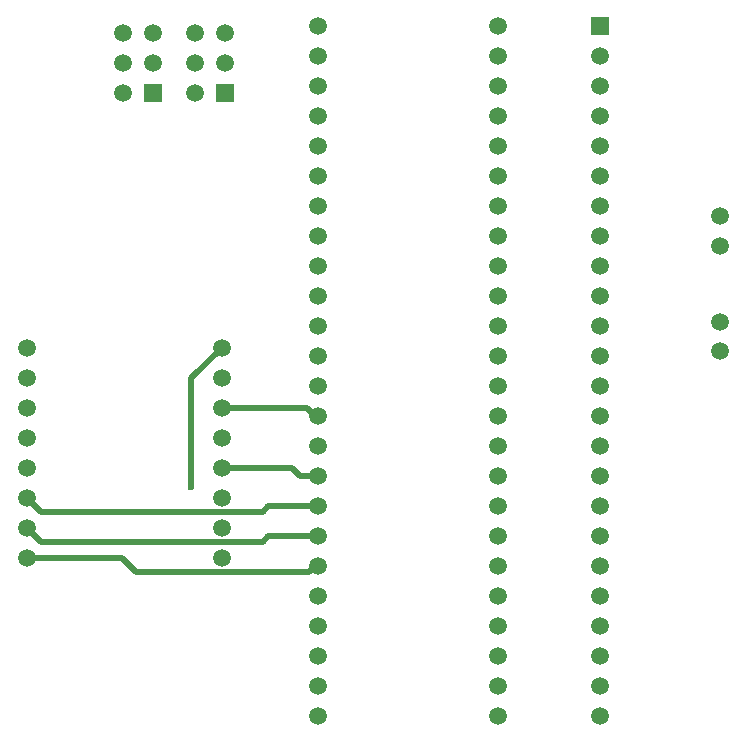
<source format=gbl>
G04*
G04 #@! TF.GenerationSoftware,Altium Limited,Altium Designer,20.0.12 (288)*
G04*
G04 Layer_Physical_Order=2*
G04 Layer_Color=16711680*
%FSLAX25Y25*%
%MOIN*%
G70*
G01*
G75*
%ADD21C,0.02000*%
%ADD22C,0.05906*%
%ADD23R,0.05906X0.05906*%
%ADD25C,0.02362*%
D21*
X70866Y120787D02*
X81004Y130925D01*
X70866Y84646D02*
Y120787D01*
X112171Y58110D02*
X113228D01*
X110234Y56172D02*
X112171Y58110D01*
X52393Y56172D02*
X110234D01*
X47640Y60925D02*
X52393Y56172D01*
X16004Y60925D02*
X47640D01*
X16004Y70925D02*
X20757Y66172D01*
X94634D01*
X96572Y68110D01*
X113228D01*
X20757Y76172D02*
X94634D01*
X16004Y80925D02*
X20757Y76172D01*
X94634D02*
X96572Y78110D01*
X113228D01*
X104461Y90925D02*
X107276Y88110D01*
X81004Y90925D02*
X104461D01*
X107276Y88110D02*
X113228D01*
X112171Y108110D02*
X113228D01*
X109357Y110925D02*
X112171Y108110D01*
X81004Y110925D02*
X109357D01*
D22*
X206988Y8110D02*
D03*
Y198110D02*
D03*
Y188110D02*
D03*
Y178110D02*
D03*
Y228110D02*
D03*
Y218110D02*
D03*
Y208110D02*
D03*
Y138110D02*
D03*
Y148110D02*
D03*
Y158110D02*
D03*
Y168110D02*
D03*
Y98110D02*
D03*
Y108110D02*
D03*
Y118110D02*
D03*
Y128110D02*
D03*
Y58110D02*
D03*
Y68110D02*
D03*
Y78110D02*
D03*
Y88110D02*
D03*
Y48110D02*
D03*
Y38110D02*
D03*
Y28110D02*
D03*
Y18110D02*
D03*
X113228Y238110D02*
D03*
Y228110D02*
D03*
Y218110D02*
D03*
Y208110D02*
D03*
Y198110D02*
D03*
Y188110D02*
D03*
Y178110D02*
D03*
Y168110D02*
D03*
Y158110D02*
D03*
Y148110D02*
D03*
Y138110D02*
D03*
Y128110D02*
D03*
Y118110D02*
D03*
Y108110D02*
D03*
X173228D02*
D03*
Y118110D02*
D03*
Y128110D02*
D03*
Y138110D02*
D03*
Y148110D02*
D03*
Y158110D02*
D03*
Y168110D02*
D03*
Y178110D02*
D03*
Y188110D02*
D03*
Y198110D02*
D03*
Y208110D02*
D03*
X113228Y88110D02*
D03*
Y78110D02*
D03*
Y68110D02*
D03*
Y58110D02*
D03*
Y48110D02*
D03*
Y38110D02*
D03*
Y28110D02*
D03*
Y18110D02*
D03*
Y8110D02*
D03*
X173228D02*
D03*
Y18110D02*
D03*
Y28110D02*
D03*
Y38110D02*
D03*
Y48110D02*
D03*
Y58110D02*
D03*
Y68110D02*
D03*
X113228Y98110D02*
D03*
X173228Y218110D02*
D03*
Y228110D02*
D03*
Y238110D02*
D03*
Y98110D02*
D03*
Y88110D02*
D03*
Y78110D02*
D03*
X16004Y120925D02*
D03*
Y130925D02*
D03*
X81004Y120925D02*
D03*
Y130925D02*
D03*
X16004Y100925D02*
D03*
Y110925D02*
D03*
X81004Y100925D02*
D03*
Y110925D02*
D03*
X16004Y80925D02*
D03*
Y90925D02*
D03*
X81004Y80925D02*
D03*
Y90925D02*
D03*
Y70925D02*
D03*
Y60925D02*
D03*
X16004Y70925D02*
D03*
Y60925D02*
D03*
X72000Y236000D02*
D03*
Y226000D02*
D03*
Y216000D02*
D03*
X82000Y236000D02*
D03*
Y226000D02*
D03*
X48000Y236000D02*
D03*
Y226000D02*
D03*
Y216000D02*
D03*
X58000Y236000D02*
D03*
Y226000D02*
D03*
X247000Y165000D02*
D03*
Y174843D02*
D03*
Y129842D02*
D03*
Y139685D02*
D03*
D23*
X206988Y238110D02*
D03*
X82000Y216000D02*
D03*
X58000D02*
D03*
D25*
X70866Y84646D02*
D03*
M02*

</source>
